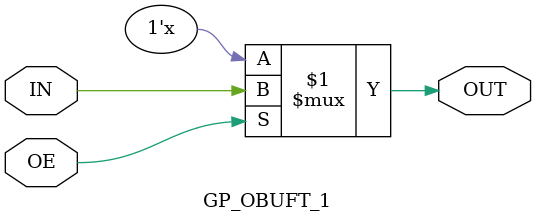
<source format=v>
module GP_OBUFT_1(input IN, input OE, output OUT);
	assign OUT = OE ? IN : 1'bz;
endmodule
</source>
